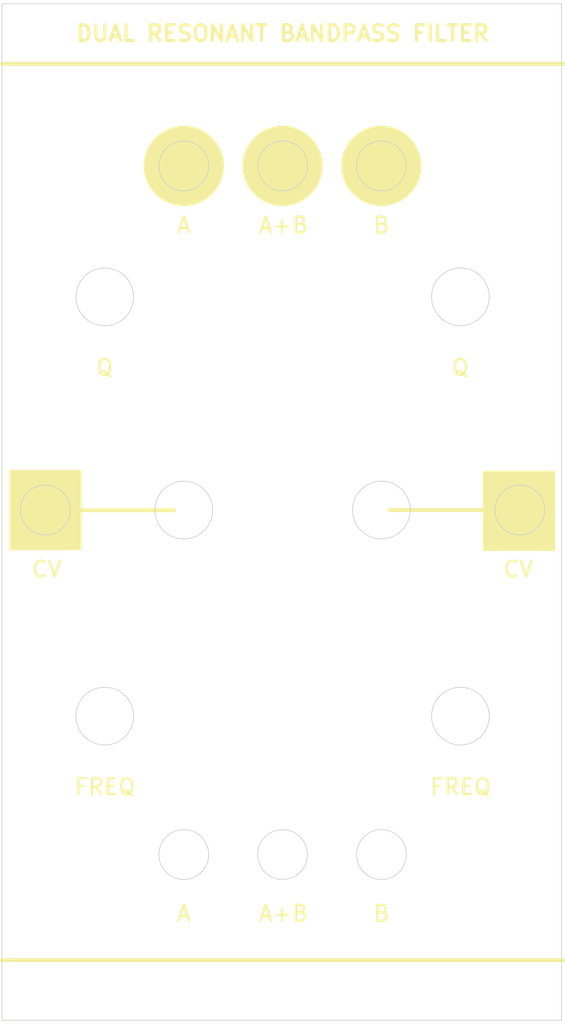
<source format=kicad_pcb>
(kicad_pcb (version 20211014) (generator pcbnew)
  (layers (0 "F.Cu" signal) (31 "B.Cu" signal) (34 "B.Paste" user) (35 "F.Paste" user) (36 "B.SilkS" user "B.Silkscreen") (37 "F.SilkS" user "F.Silkscreen") (38 "B.Mask" user) (39 "F.Mask" user) (44 "Edge.Cuts" user))
  (net 0 "")
  (footprint "MountingHole:MountingHole_3.2mm_M3" (layer "F.Cu") (at 5.08 125.5)
    (fp_text reference "REF**" hide)
    (fp_text value "MountingHole_3.2mm_M3" hide)
    (pad "" np_thru_hole oval locked (at 0 0) (size 7 3.2) (drill oval 7 3.2) (layers F&B.Cu *.Mask))
  )
  (footprint "MountingHole:MountingHole_3.2mm_M3" (layer "F.Cu") (at 65.72 125.5)
    (fp_text reference "REF**" hide)
    (fp_text value "MountingHole_3.2mm_M3" hide)
    (pad "" np_thru_hole oval locked (at 0 0) (size 7 3.2) (drill oval 7 3.2) (layers F&B.Cu *.Mask))
  )
  (footprint "MountingHole:MountingHole_3.2mm_M3" (layer "F.Cu") (at 65.72 3)
    (fp_text reference "REF**" hide)
    (fp_text value "MountingHole_3.2mm_M3" hide)
    (pad "" np_thru_hole oval locked (at 0 0) (size 7 3.2) (drill oval 7 3.2) (layers F&B.Cu *.Mask))
  )
  (footprint "MountingHole:MountingHole_3.2mm_M3" (layer "F.Cu") (at 5.08 3)
    (fp_text reference "REF**" hide)
    (fp_text value "MountingHole_3.2mm_M3" hide)
    (pad "" np_thru_hole oval locked (at 0 0) (size 7 3.2) (drill oval 7 3.2) (layers F&B.Cu *.Mask))
  )
  (gr_line (start 0 7.6) (end 71 7.6) (layer "F.SilkS") (width 0.5))
  (gr_line (start 0 120.9) (end 71 120.9) (layer "F.SilkS") (width 0.5))
  (gr_circle (center 23 20.5) (end 28 20.5) (layer "F.SilkS") (width 0.15) (fill solid))
  (gr_circle (center 35.5 20.5) (end 40.5 20.5) (layer "F.SilkS") (width 0.15) (fill solid))
  (gr_rect (start 1 59) (end 10 69) (layer "F.SilkS") (width 0.15) (fill solid))
  (gr_circle (center 48 20.5) (end 53 20.5) (layer "F.SilkS") (width 0.15) (fill solid))
  (gr_line (start 5.75 64.025) (end 21.75 64.025) (layer "F.SilkS") (width 0.5))
  (gr_line (start 49 64) (end 65 64) (layer "F.SilkS") (width 0.5))
  (gr_rect (start 60.9 59.1) (end 69.9 69.1) (layer "F.SilkS") (width 0.15) (fill solid))
  (gr_circle (center 58 90.05) (end 61.65 90.05) (layer "Edge.Cuts") (width 0.1) (fill none))
  (gr_circle (center 48 20.5) (end 51.15 20.5) (layer "Edge.Cuts") (width 0.1) (fill none))
  (gr_line (start 70.8 0) (end 70.8 128.5) (layer "Edge.Cuts") (width 0.1))
  (gr_line (start 0 128.5) (end 0 0) (layer "Edge.Cuts") (width 0.1))
  (gr_circle (center 48 107.55) (end 51.15 107.55) (layer "Edge.Cuts") (width 0.1) (fill none))
  (gr_circle (center 23 20.5) (end 26.15 20.5) (layer "Edge.Cuts") (width 0.1) (fill none))
  (gr_circle (center 23 64) (end 26.65 64) (layer "Edge.Cuts") (width 0.1) (fill none))
  (gr_circle (center 13 90.05) (end 16.65 90.05) (layer "Edge.Cuts") (width 0.1) (fill none))
  (gr_circle (center 58 37.05) (end 61.65 37.05) (layer "Edge.Cuts") (width 0.1) (fill none))
  (gr_line (start 0 0) (end 70.8 0) (layer "Edge.Cuts") (width 0.1))
  (gr_circle (center 35.5 20.5) (end 38.65 20.5) (layer "Edge.Cuts") (width 0.1) (fill none))
  (gr_circle (center 13 37.05) (end 16.65 37.05) (layer "Edge.Cuts") (width 0.1) (fill none))
  (gr_circle (center 23 107.55) (end 26.15 107.55) (layer "Edge.Cuts") (width 0.1) (fill none))
  (gr_circle (center 65.5 64) (end 68.65 64) (layer "Edge.Cuts") (width 0.1) (fill none))
  (gr_line (start 70.8 128.5) (end 0 128.5) (layer "Edge.Cuts") (width 0.1))
  (gr_circle (center 35.5 107.55) (end 38.65 107.55) (layer "Edge.Cuts") (width 0.1) (fill none))
  (gr_circle (center 48 64) (end 51.65 64) (layer "Edge.Cuts") (width 0.1) (fill none))
  (gr_circle (center 5.5 64) (end 8.65 64) (layer "Edge.Cuts") (width 0.1) (fill none))
  (gr_text "Q" (at 13 46) (layer "F.SilkS") (effects (font (size 2 2) (thickness 0.3))))
  (gr_text "A" (at 23 28) (layer "F.SilkS") (effects (font (size 2 2) (thickness 0.3))))
  (gr_text "FREQ" (at 58 99) (layer "F.SilkS") (effects (font (size 2 2) (thickness 0.3))))
  (gr_text "A+B" (at 35.6 28) (layer "F.SilkS") (effects (font (size 2 2) (thickness 0.3))))
  (gr_text "FREQ" (at 13 99) (layer "F.SilkS") (effects (font (size 2 2) (thickness 0.3))))
  (gr_text "Q" (at 58 46) (layer "F.SilkS") (effects (font (size 2 2) (thickness 0.3))))
  (gr_text "CV" (at 5.65 71.5) (layer "F.SilkS") (effects (font (size 2 2) (thickness 0.3))))
  (gr_text "B" (at 48 28) (layer "F.SilkS") (effects (font (size 2 2) (thickness 0.3))))
  (gr_text "CV" (at 65.3 71.5) (layer "F.SilkS") (effects (font (size 2 2) (thickness 0.3))))
  (gr_text "DUAL RESONANT BANDPASS FILTER" (at 35.5 3.75) (layer "F.SilkS") (effects (font (size 2 2) (thickness 0.4))))
  (gr_text "A" (at 23 115) (layer "F.SilkS") (effects (font (size 2 2) (thickness 0.3))))
  (gr_text "B" (at 48 115) (layer "F.SilkS") (effects (font (size 2 2) (thickness 0.3))))
  (gr_text "A+B" (at 35.6 115) (layer "F.SilkS") (effects (font (size 2 2) (thickness 0.3))))
)
</source>
